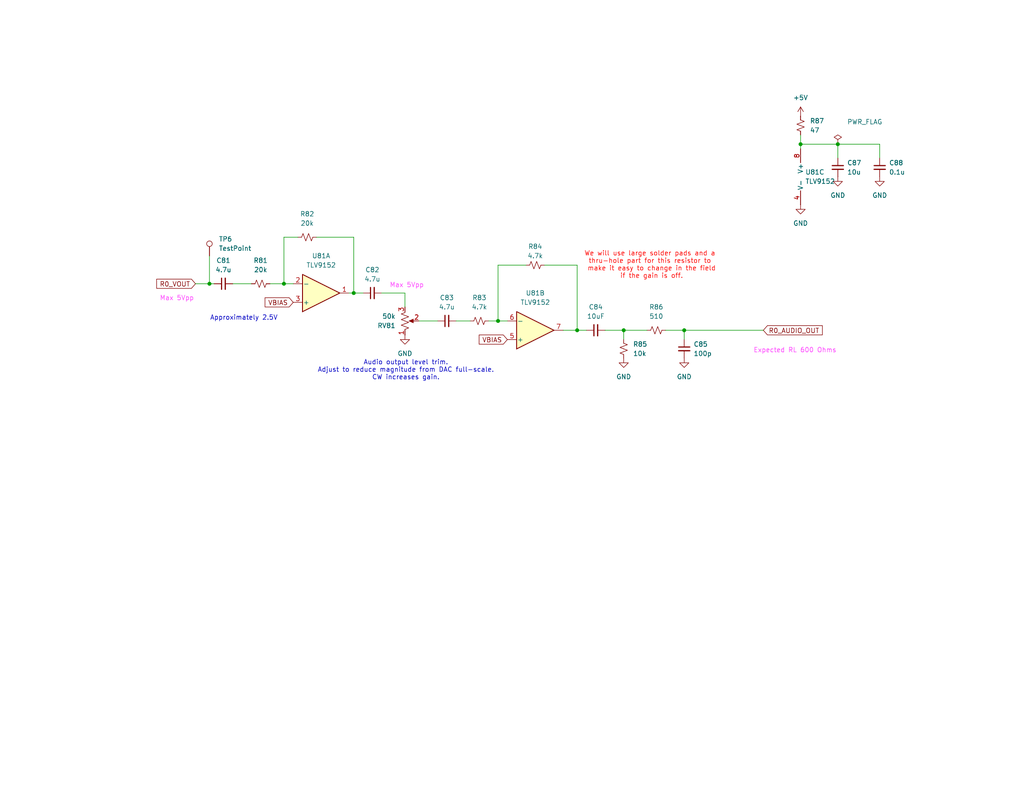
<source format=kicad_sch>
(kicad_sch (version 20250114) (generator "eeschema") (generator_version "9.0")
  (paper "USLetter")
  (lib_symbols
    (symbol "Amplifier_Operational:TL072" (pin_names (offset 0.127))
      (property "Reference" "U" (at 0 5.08 0))
      (property "Value" "TL072" (at 0 -5.08 0))
      (symbol "TL072_1_1"
        (polyline (pts (xy -5.08 5.08) (xy 5.08 0) (xy -5.08 -5.08) (xy -5.08 5.08)) (stroke (width 0.254)) (fill (type background)))
        (pin input line (at -7.62 2.54 0) (length 2.54) (name "+") (number "3"))
        (pin input line (at -7.62 -2.54 0) (length 2.54) (name "-") (number "2"))
        (pin output line (at 7.62 0 180) (length 2.54) (name "~") (number "1"))
      )
      (symbol "TL072_2_1"
        (polyline (pts (xy -5.08 5.08) (xy 5.08 0) (xy -5.08 -5.08) (xy -5.08 5.08)) (stroke (width 0.254)) (fill (type background)))
        (pin input line (at -7.62 2.54 0) (length 2.54) (name "+") (number "5"))
        (pin input line (at -7.62 -2.54 0) (length 2.54) (name "-") (number "6"))
        (pin output line (at 7.62 0 180) (length 2.54) (name "~") (number "7"))
      )
      (symbol "TL072_3_1"
        (pin power_in line (at -2.54 7.62 270) (length 3.81) (name "V+") (number "8"))
        (pin power_in line (at -2.54 -7.62 90) (length 3.81) (name "V-") (number "4"))
      )
    )
    (symbol "Connector:TestPoint" (pin_numbers (hide yes)) (pin_names (offset 0.762) (hide yes))
      (property "Reference" "TP" (at 0 6.858 0))
      (property "Value" "TestPoint" (at 0 5.08 0))
      (symbol "TestPoint_0_1"
        (circle (center 0 3.302) (radius 0.762))
      )
      (symbol "TestPoint_1_1"
        (pin passive line (at 0 0 90) (length 2.54) (name "1") (number "1"))
      )
    )
    (symbol "Device:C_Small" (pin_numbers (hide yes)) (pin_names (offset 0.254) (hide yes))
      (property "Reference" "C" (at 0.254 1.778 0))
      (property "Value" "C_Small" (at 0.254 -2.032 0))
      (symbol "C_Small_0_1"
        (polyline (pts (xy -1.524 0.508) (xy 1.524 0.508)) (stroke (width 0.3048)))
        (polyline (pts (xy -1.524 -0.508) (xy 1.524 -0.508)) (stroke (width 0.3302)))
      )
      (symbol "C_Small_1_1"
        (pin passive line (at 0 2.54 270) (length 2.032) (name "~") (number "1"))
        (pin passive line (at 0 -2.54 90) (length 2.032) (name "~") (number "2"))
      )
    )
    (symbol "Device:R_Potentiometer_US" (pin_names (offset 1.016) (hide yes))
      (property "Reference" "RV" (at -4.445 0 90))
      (property "Value" "R_Potentiometer_US" (at -2.54 0 90))
      (symbol "R_Potentiometer_US_0_1"
        (polyline (pts (xy 0 2.54) (xy 0 2.286)))
        (polyline (pts (xy 0 2.286) (xy 1.016 1.905) (xy 0 1.524) (xy -1.016 1.143) (xy 0 0.762)))
        (polyline (pts (xy 0 0.762) (xy 1.016 0.381) (xy 0 0) (xy -1.016 -0.381) (xy 0 -0.762)))
        (polyline (pts (xy 0 -0.762) (xy 1.016 -1.143) (xy 0 -1.524) (xy -1.016 -1.905) (xy 0 -2.286)))
        (polyline (pts (xy 0 -2.286) (xy 0 -2.54)))
        (polyline (pts (xy 1.143 0) (xy 2.286 0.508) (xy 2.286 -0.508) (xy 1.143 0)) (fill (type outline)))
        (polyline (pts (xy 2.54 0) (xy 1.524 0)))
      )
      (symbol "R_Potentiometer_US_1_1"
        (pin passive line (at 0 3.81 270) (length 1.27) (name "1") (number "1"))
        (pin passive line (at 0 -3.81 90) (length 1.27) (name "3") (number "3"))
        (pin passive line (at 3.81 0 180) (length 1.27) (name "2") (number "2"))
      )
    )
    (symbol "Device:R_Small_US" (pin_numbers (hide yes)) (pin_names (offset 0.254) (hide yes))
      (property "Reference" "R" (at 0.762 0.508 0))
      (property "Value" "R_Small_US" (at 0.762 -1.016 0))
      (symbol "R_Small_US_1_1"
        (polyline (pts (xy 0 1.524) (xy 1.016 1.143) (xy 0 0.762) (xy -1.016 0.381) (xy 0 0)))
        (polyline (pts (xy 0 0) (xy 1.016 -0.381) (xy 0 -0.762) (xy -1.016 -1.143) (xy 0 -1.524)))
        (pin passive line (at 0 2.54 270) (length 1.016) (name "~") (number "1"))
        (pin passive line (at 0 -2.54 90) (length 1.016) (name "~") (number "2"))
      )
    )
    (symbol "power:+5V" (power) (pin_numbers (hide yes)) (pin_names (offset 0) (hide yes))
      (property "Value" "+5V" (at 0 3.556 0))
      (symbol "+5V_0_1"
        (polyline (pts (xy -0.762 1.27) (xy 0 2.54)))
        (polyline (pts (xy 0 2.54) (xy 0.762 1.27)))
        (polyline (pts (xy 0 0) (xy 0 2.54)))
      )
      (symbol "+5V_1_1"
        (pin power_in line (at 0 0 90) (length 0) (name "~") (number "1"))
      )
    )
    (symbol "power:GND" (power) (pin_numbers (hide yes)) (pin_names (offset 0) (hide yes))
      (property "Value" "GND" (at 0 -3.81 0))
      (symbol "GND_0_1"
        (polyline (pts (xy 0 0) (xy 0 -1.27) (xy 1.27 -1.27) (xy 0 -2.54) (xy -1.27 -1.27) (xy 0 -1.27)))
      )
      (symbol "GND_1_1"
        (pin power_in line (at 0 0 270) (length 0) (name "~") (number "1"))
      )
    )
    (symbol "power:PWR_FLAG" (power) (pin_numbers (hide yes)) (pin_names (offset 0) (hide yes))
      (property "Value" "PWR_FLAG" (at 0 3.81 0))
      (symbol "PWR_FLAG_0_0"
        (pin power_out line (at 0 0 90) (length 0) (name "~") (number "1"))
      )
      (symbol "PWR_FLAG_0_1"
        (polyline (pts (xy 0 0) (xy 0 1.27) (xy -1.016 1.905) (xy 0 2.54) (xy 1.016 1.905) (xy 0 1.27)))
      )
    )
  )
  (text "Max 5Vpp" (at 110.998 77.978 0) (effects (font (size 1.27 1.27))))
  (text "Audio output level trim.\nAdjust to reduce magnitude from DAC full-scale.\nCW increases gain." (at 110.744 101.092 0) (effects (font (size 1.27 1.27))))
  (text "Expected RL 600 Ohms" (at 216.916 95.758 0) (effects (font (size 1.27 1.27))))
  (text "Approximately 2.5V\n" (at 66.548 86.868 0) (effects (font (size 1.27 1.27))))
  (text "We will use large solder pads and a \nthru-hole part for this resistor to \nmake it easy to change in the field\nif the gain is off." (at 177.8 72.39 0) (effects (font (size 1.27 1.27))))
  (text "Max 5Vpp" (at 48.26 81.534 0) (effects (font (size 1.27 1.27))))
  (junction (at 228.6 39.37))
  (junction (at 77.47 77.47))
  (junction (at 57.15 77.47))
  (junction (at 186.69 90.17))
  (junction (at 135.89 87.63))
  (junction (at 157.48 90.17))
  (junction (at 96.52 80.01))
  (junction (at 170.18 90.17))
  (junction (at 218.44 39.37))
  (wire (pts (xy 135.89 87.63) (xy 138.43 87.63)))
  (wire (pts (xy 73.66 77.47) (xy 77.47 77.47)))
  (wire (pts (xy 157.48 72.39) (xy 157.48 90.17)))
  (wire (pts (xy 124.46 87.63) (xy 128.27 87.63)))
  (wire (pts (xy 77.47 64.77) (xy 77.47 77.47)))
  (wire (pts (xy 240.03 43.18) (xy 240.03 39.37)))
  (wire (pts (xy 57.15 69.85) (xy 57.15 77.47)))
  (wire (pts (xy 148.59 72.39) (xy 157.48 72.39)))
  (wire (pts (xy 77.47 77.47) (xy 80.01 77.47)))
  (wire (pts (xy 63.5 77.47) (xy 68.58 77.47)))
  (wire (pts (xy 218.44 39.37) (xy 218.44 40.64)))
  (wire (pts (xy 165.1 90.17) (xy 170.18 90.17)))
  (wire (pts (xy 96.52 64.77) (xy 96.52 80.01)))
  (wire (pts (xy 240.03 39.37) (xy 228.6 39.37)))
  (wire (pts (xy 228.6 43.18) (xy 228.6 39.37)))
  (wire (pts (xy 181.61 90.17) (xy 186.69 90.17)))
  (wire (pts (xy 186.69 90.17) (xy 208.28 90.17)))
  (wire (pts (xy 95.25 80.01) (xy 96.52 80.01)))
  (wire (pts (xy 110.49 80.01) (xy 110.49 83.82)))
  (wire (pts (xy 53.34 77.47) (xy 57.15 77.47)))
  (wire (pts (xy 143.51 72.39) (xy 135.89 72.39)))
  (wire (pts (xy 86.36 64.77) (xy 96.52 64.77)))
  (wire (pts (xy 228.6 39.37) (xy 218.44 39.37)))
  (wire (pts (xy 77.47 64.77) (xy 81.28 64.77)))
  (wire (pts (xy 135.89 72.39) (xy 135.89 87.63)))
  (wire (pts (xy 186.69 90.17) (xy 186.69 92.71)))
  (wire (pts (xy 157.48 90.17) (xy 160.02 90.17)))
  (wire (pts (xy 153.67 90.17) (xy 157.48 90.17)))
  (wire (pts (xy 57.15 77.47) (xy 58.42 77.47)))
  (wire (pts (xy 96.52 80.01) (xy 99.06 80.01)))
  (wire (pts (xy 170.18 90.17) (xy 170.18 92.71)))
  (wire (pts (xy 170.18 90.17) (xy 176.53 90.17)))
  (wire (pts (xy 104.14 80.01) (xy 110.49 80.01)))
  (wire (pts (xy 218.44 36.83) (xy 218.44 39.37)))
  (wire (pts (xy 114.3 87.63) (xy 119.38 87.63)))
  (wire (pts (xy 133.35 87.63) (xy 135.89 87.63)))
  (global_label "R0_AUDIO_OUT" (shape input) (at 208.28 90.17 0) (property "Intersheetrefs" "${INTERSHEET_REFS}" (effects (hide yes))))
  (global_label "R0_VOUT" (shape input) (at 53.34 77.47 180) (property "Intersheetrefs" "${INTERSHEET_REFS}" (effects (hide yes))))
  (global_label "VBIAS" (shape input) (at 80.01 82.55 180) (property "Intersheetrefs" "${INTERSHEET_REFS}" (effects (hide yes))))
  (global_label "VBIAS" (shape input) (at 138.43 92.71 180) (property "Intersheetrefs" "${INTERSHEET_REFS}" (effects (hide yes))))
  (symbol (lib_id "power:GND") (at 186.69 97.79 0) (unit 1)
    (property "Reference" "#PWR0138" (effects (hide yes)))
    (property "Value" "GND" (at 186.69 102.87 0))
    (property "Description" "Power symbol creates a global label with name \"GND\" , ground" (effects (hide yes)))
  )
  (symbol (lib_id "Device:C_Small") (at 60.96 77.47 90) (unit 1)
    (property "Reference" "C81" (at 60.9663 71.12 90))
    (property "Value" "4.7u" (at 60.9663 73.66 90))
    (property "Footprint" "Capacitor_SMD:C_0805_2012Metric_Pad1.18x1.45mm_HandSolder" (effects (hide yes)))
    (property "Description" "Unpolarized capacitor, small symbol" (effects (hide yes)))
  )
  (symbol (lib_id "power:GND") (at 170.18 97.79 0) (unit 1)
    (property "Reference" "#PWR0137" (effects (hide yes)))
    (property "Value" "GND" (at 170.18 102.87 0))
    (property "Description" "Power symbol creates a global label with name \"GND\" , ground" (effects (hide yes)))
  )
  (symbol (lib_id "power:GND") (at 240.03 48.26 0) (unit 1)
    (property "Reference" "#PWR0142" (effects (hide yes)))
    (property "Value" "GND" (at 240.03 53.34 0))
    (property "Description" "Power symbol creates a global label with name \"GND\" , ground" (effects (hide yes)))
  )
  (symbol (lib_id "Amplifier_Operational:TL072") (at 220.98 48.26 0) (unit 3)
    (property "Reference" "U81" (at 219.71 46.9899 0) (effects (justify left)))
    (property "Value" "TLV9152" (at 219.71 49.5299 0) (effects (justify left)))
    (property "Footprint" "Package_SO:SOIC-8_3.9x4.9mm_P1.27mm" (effects (hide yes)))
    (property "Datasheet" "http://www.ti.com/lit/ds/symlink/tl071.pdf" (effects (hide yes)))
    (property "Description" "Dual Low-Noise JFET-Input Operational Amplifiers, DIP-8/SOIC-8" (effects (hide yes)))
  )
  (symbol (lib_id "Connector:TestPoint") (at 57.15 69.85 0) (unit 1)
    (property "Reference" "TP6" (at 59.69 65.2779 0) (effects (justify left)))
    (property "Value" "TestPoint" (at 59.69 67.8179 0) (effects (justify left)))
    (property "Footprint" "TestPoint:TestPoint_Pad_2.5x2.5mm" (effects (hide yes)))
    (property "Description" "test point" (effects (hide yes)))
  )
  (symbol (lib_id "Device:C_Small") (at 228.6 45.72 0) (unit 1)
    (property "Reference" "C87" (at 231.14 44.4562 0) (effects (justify left)))
    (property "Value" "10u" (at 231.14 46.9962 0) (effects (justify left)))
    (property "Footprint" "Capacitor_SMD:C_0805_2012Metric_Pad1.18x1.45mm_HandSolder" (effects (hide yes)))
    (property "Description" "Unpolarized capacitor, small symbol" (effects (hide yes)))
  )
  (symbol (lib_id "Device:R_Potentiometer_US") (at 110.49 87.63 0) (mirror x) (unit 1)
    (property "Reference" "RV81" (at 107.95 88.9001 0) (effects (justify right)))
    (property "Value" "50k" (at 107.95 86.3601 0) (effects (justify right)))
    (property "Footprint" "bruce-footprints:POT_3362P" (effects (hide yes)))
    (property "Description" "Potentiometer, US symbol" (effects (hide yes)))
  )
  (symbol (lib_id "Device:R_Small_US") (at 83.82 64.77 90) (unit 1)
    (property "Reference" "R82" (at 83.82 58.42 90))
    (property "Value" "20k" (at 83.82 60.96 90))
    (property "Footprint" "Resistor_SMD:R_0805_2012Metric_Pad1.20x1.40mm_HandSolder" (effects (hide yes)))
    (property "Description" "Resistor, small US symbol" (effects (hide yes)))
  )
  (symbol (lib_id "power:GND") (at 218.44 55.88 0) (unit 1)
    (property "Reference" "#PWR0140" (effects (hide yes)))
    (property "Value" "GND" (at 218.44 60.96 0))
    (property "Description" "Power symbol creates a global label with name \"GND\" , ground" (effects (hide yes)))
  )
  (symbol (lib_id "Device:R_Small_US") (at 71.12 77.47 90) (unit 1)
    (property "Reference" "R81" (at 71.12 71.12 90))
    (property "Value" "20k" (at 71.12 73.66 90))
    (property "Footprint" "Resistor_SMD:R_0805_2012Metric_Pad1.20x1.40mm_HandSolder" (effects (hide yes)))
    (property "Description" "Resistor, small US symbol" (effects (hide yes)))
  )
  (symbol (lib_id "Device:R_Small_US") (at 170.18 95.25 0) (unit 1)
    (property "Reference" "R85" (at 172.72 93.9799 0) (effects (justify left)))
    (property "Value" "10k" (at 172.72 96.5199 0) (effects (justify left)))
    (property "Footprint" "Resistor_SMD:R_0805_2012Metric_Pad1.20x1.40mm_HandSolder" (effects (hide yes)))
    (property "Description" "Resistor, small US symbol" (effects (hide yes)))
  )
  (symbol (lib_id "Amplifier_Operational:TL072") (at 146.05 90.17 0) (mirror x) (unit 2)
    (property "Reference" "U81" (at 146.05 80.01 0))
    (property "Value" "TLV9152" (at 146.05 82.55 0))
    (property "Footprint" "Package_SO:SOIC-8_3.9x4.9mm_P1.27mm" (effects (hide yes)))
    (property "Datasheet" "http://www.ti.com/lit/ds/symlink/tl071.pdf" (effects (hide yes)))
    (property "Description" "Dual Low-Noise JFET-Input Operational Amplifiers, DIP-8/SOIC-8" (effects (hide yes)))
  )
  (symbol (lib_id "Device:R_Small_US") (at 179.07 90.17 90) (unit 1)
    (property "Reference" "R86" (at 179.07 83.82 90))
    (property "Value" "510" (at 179.07 86.36 90))
    (property "Footprint" "Resistor_SMD:R_0805_2012Metric_Pad1.20x1.40mm_HandSolder" (effects (hide yes)))
    (property "Description" "Resistor, small US symbol" (effects (hide yes)))
  )
  (symbol (lib_id "Device:R_Small_US") (at 130.81 87.63 90) (unit 1)
    (property "Reference" "R83" (at 130.81 81.28 90))
    (property "Value" "4.7k" (at 130.81 83.82 90))
    (property "Footprint" "Resistor_SMD:R_0805_2012Metric_Pad1.20x1.40mm_HandSolder" (effects (hide yes)))
    (property "Description" "Resistor, small US symbol" (effects (hide yes)))
  )
  (symbol (lib_id "power:PWR_FLAG") (at 228.6 39.37 0) (unit 1)
    (property "Reference" "#FLG081" (effects (hide yes)))
    (property "Value" "PWR_FLAG" (at 235.966 33.274 0))
    (property "Description" "Special symbol for telling ERC where power comes from" (effects (hide yes)))
  )
  (symbol (lib_id "Device:C_Small") (at 162.56 90.17 90) (unit 1)
    (property "Reference" "C84" (at 162.5663 83.82 90))
    (property "Value" "10uF" (at 162.5663 86.36 90))
    (property "Footprint" "Capacitor_SMD:C_0805_2012Metric_Pad1.18x1.45mm_HandSolder" (effects (hide yes)))
    (property "Description" "Unpolarized capacitor, small symbol" (effects (hide yes)))
  )
  (symbol (lib_id "Amplifier_Operational:TL072") (at 87.63 80.01 0) (mirror x) (unit 1)
    (property "Reference" "U81" (at 87.63 69.85 0))
    (property "Value" "TLV9152" (at 87.63 72.39 0))
    (property "Footprint" "Package_SO:SOIC-8_3.9x4.9mm_P1.27mm" (effects (hide yes)))
    (property "Datasheet" "http://www.ti.com/lit/ds/symlink/tl071.pdf" (effects (hide yes)))
    (property "Description" "Dual Low-Noise JFET-Input Operational Amplifiers, DIP-8/SOIC-8" (effects (hide yes)))
  )
  (symbol (lib_id "Device:C_Small") (at 121.92 87.63 90) (unit 1)
    (property "Reference" "C83" (at 121.9263 81.28 90))
    (property "Value" "4.7u" (at 121.9263 83.82 90))
    (property "Footprint" "Capacitor_SMD:C_0805_2012Metric_Pad1.18x1.45mm_HandSolder" (effects (hide yes)))
    (property "Description" "Unpolarized capacitor, small symbol" (effects (hide yes)))
  )
  (symbol (lib_id "Device:R_Small_US") (at 218.44 34.29 180) (unit 1)
    (property "Reference" "R87" (at 220.98 33.0199 0) (effects (justify right)))
    (property "Value" "47" (at 220.98 35.5599 0) (effects (justify right)))
    (property "Footprint" "Resistor_SMD:R_0805_2012Metric_Pad1.20x1.40mm_HandSolder" (effects (hide yes)))
    (property "Description" "Resistor, small US symbol" (effects (hide yes)))
  )
  (symbol (lib_id "Device:C_Small") (at 186.69 95.25 0) (unit 1)
    (property "Reference" "C85" (at 189.23 93.9862 0) (effects (justify left)))
    (property "Value" "100p" (at 189.23 96.5262 0) (effects (justify left)))
    (property "Footprint" "Capacitor_SMD:C_0805_2012Metric_Pad1.18x1.45mm_HandSolder" (effects (hide yes)))
    (property "Description" "Unpolarized capacitor, small symbol" (effects (hide yes)))
  )
  (symbol (lib_id "power:GND") (at 110.49 91.44 0) (unit 1)
    (property "Reference" "#PWR0136" (effects (hide yes)))
    (property "Value" "GND" (at 110.49 96.52 0))
    (property "Description" "Power symbol creates a global label with name \"GND\" , ground" (effects (hide yes)))
  )
  (symbol (lib_id "Device:R_Small_US") (at 146.05 72.39 90) (unit 1)
    (property "Reference" "R84" (at 146.05 67.31 90))
    (property "Value" "4.7k" (at 146.05 69.85 90))
    (property "Footprint" "Resistor_THT:R_Axial_DIN0516_L15.5mm_D5.0mm_P5.08mm_Vertical" (effects (hide yes)))
    (property "Description" "Resistor, small US symbol" (effects (hide yes)))
  )
  (symbol (lib_id "power:GND") (at 228.6 48.26 0) (unit 1)
    (property "Reference" "#PWR0141" (effects (hide yes)))
    (property "Value" "GND" (at 228.6 53.34 0))
    (property "Description" "Power symbol creates a global label with name \"GND\" , ground" (effects (hide yes)))
  )
  (symbol (lib_id "Device:C_Small") (at 101.6 80.01 90) (unit 1)
    (property "Reference" "C82" (at 101.6063 73.66 90))
    (property "Value" "4.7u" (at 101.6063 76.2 90))
    (property "Footprint" "Capacitor_SMD:C_0805_2012Metric_Pad1.18x1.45mm_HandSolder" (effects (hide yes)))
    (property "Description" "Unpolarized capacitor, small symbol" (effects (hide yes)))
  )
  (symbol (lib_id "Device:C_Small") (at 240.03 45.72 0) (unit 1)
    (property "Reference" "C88" (at 242.57 44.4562 0) (effects (justify left)))
    (property "Value" "0.1u" (at 242.57 46.9962 0) (effects (justify left)))
    (property "Footprint" "Capacitor_SMD:C_0805_2012Metric_Pad1.18x1.45mm_HandSolder" (effects (hide yes)))
    (property "Description" "Unpolarized capacitor, small symbol" (effects (hide yes)))
  )
  (symbol (lib_id "power:+5V") (at 218.44 31.75 0) (unit 1)
    (property "Reference" "#PWR0139" (effects (hide yes)))
    (property "Value" "+5V" (at 218.44 26.67 0))
    (property "Description" "Power symbol creates a global label with name \"+5V\"" (effects (hide yes)))
  )
)
</source>
